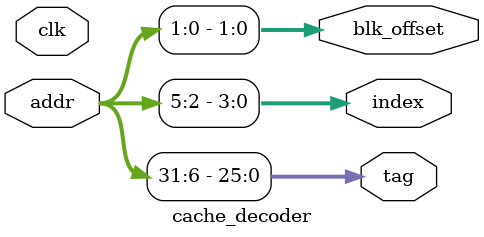
<source format=sv>

module cache_decoder(
    input  logic clk,             // Clock signal (not directly used in this module,
                                  // but kept for compatibility with synchronous logic)
    input  logic [31:0] addr,     // 32-bit memory address input
    output logic [25:0] tag,      // Tag bits (upper portion of the address)
    output logic [3:0]  index,    // Index bits (used to select a specific cache set)
    output logic [1:0]  blk_offset // Block offset (selects word inside the cache block)
);

    // Extract tag: [31:6] = 26 bits
    // Identifies the unique memory block stored in cache.
    assign tag = addr[31:6];

    // Extract index: [5:2] = 4 bits
    // Chooses one of the 16 cache sets (2^4 = 16).
    assign index = addr[5:2];

    // Extract block offset: [1:0] = 2 bits
    // Chooses one of 4 words within a cache block.
    assign blk_offset = addr[1:0];
    
endmodule

</source>
